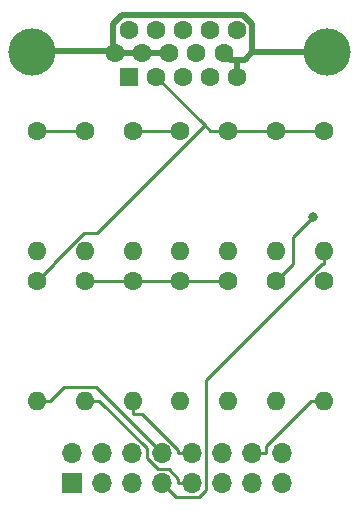
<source format=gbr>
%TF.GenerationSoftware,KiCad,Pcbnew,7.0.1*%
%TF.CreationDate,2023-04-24T00:51:31-07:00*%
%TF.ProjectId,TN9K_VGA,544e394b-5f56-4474-912e-6b696361645f,rev?*%
%TF.SameCoordinates,Original*%
%TF.FileFunction,Copper,L2,Bot*%
%TF.FilePolarity,Positive*%
%FSLAX46Y46*%
G04 Gerber Fmt 4.6, Leading zero omitted, Abs format (unit mm)*
G04 Created by KiCad (PCBNEW 7.0.1) date 2023-04-24 00:51:31*
%MOMM*%
%LPD*%
G01*
G04 APERTURE LIST*
%TA.AperFunction,ComponentPad*%
%ADD10C,1.600000*%
%TD*%
%TA.AperFunction,ComponentPad*%
%ADD11O,1.600000X1.600000*%
%TD*%
%TA.AperFunction,ComponentPad*%
%ADD12C,4.000000*%
%TD*%
%TA.AperFunction,ComponentPad*%
%ADD13R,1.600000X1.600000*%
%TD*%
%TA.AperFunction,ComponentPad*%
%ADD14R,1.700000X1.700000*%
%TD*%
%TA.AperFunction,ComponentPad*%
%ADD15O,1.700000X1.700000*%
%TD*%
%TA.AperFunction,ViaPad*%
%ADD16C,0.800000*%
%TD*%
%TA.AperFunction,Conductor*%
%ADD17C,0.250000*%
%TD*%
%TA.AperFunction,Conductor*%
%ADD18C,0.500000*%
%TD*%
G04 APERTURE END LIST*
D10*
%TO.P,R14,1*%
%TO.N,HSYNC*%
X180975000Y-69215000D03*
D11*
%TO.P,R14,2*%
%TO.N,HS_3V3*%
X180975000Y-79375000D03*
%TD*%
D10*
%TO.P,R8,1*%
%TO.N,GREEN*%
X156675000Y-69215000D03*
D11*
%TO.P,R8,2*%
%TO.N,G3_3V3*%
X156675000Y-79375000D03*
%TD*%
D10*
%TO.P,R13,1*%
%TO.N,VSYNC*%
X176925000Y-69215000D03*
D11*
%TO.P,R13,2*%
%TO.N,VS_3V3*%
X176925000Y-79375000D03*
%TD*%
D10*
%TO.P,R1,1*%
%TO.N,RED*%
X156675000Y-56515000D03*
D11*
%TO.P,R1,2*%
%TO.N,R0_3V3*%
X156675000Y-66675000D03*
%TD*%
D12*
%TO.P,J2,0*%
%TO.N,GND*%
X181272000Y-49893000D03*
X156272000Y-49893000D03*
D13*
%TO.P,J2,1*%
%TO.N,RED*%
X164457000Y-51943000D03*
D10*
%TO.P,J2,2*%
%TO.N,GREEN*%
X166747000Y-51943000D03*
%TO.P,J2,3*%
%TO.N,BLUE*%
X169037000Y-51943000D03*
%TO.P,J2,4*%
%TO.N,unconnected-(J2-Pad4)*%
X171327000Y-51943000D03*
%TO.P,J2,5*%
%TO.N,GND*%
X173617000Y-51943000D03*
%TO.P,J2,6*%
X163312000Y-49963000D03*
%TO.P,J2,7*%
X165602000Y-49963000D03*
%TO.P,J2,8*%
X167892000Y-49963000D03*
%TO.P,J2,9*%
%TO.N,unconnected-(J2-Pad9)*%
X170182000Y-49963000D03*
%TO.P,J2,10*%
%TO.N,GND*%
X172472000Y-49963000D03*
%TO.P,J2,11*%
%TO.N,unconnected-(J2-Pad11)*%
X164457000Y-47983000D03*
%TO.P,J2,12*%
%TO.N,unconnected-(J2-Pad12)*%
X166747000Y-47983000D03*
%TO.P,J2,13*%
%TO.N,VSYNC*%
X169037000Y-47983000D03*
%TO.P,J2,14*%
%TO.N,HSYNC*%
X171327000Y-47983000D03*
%TO.P,J2,15*%
%TO.N,unconnected-(J2-Pad15)*%
X173617000Y-47983000D03*
%TD*%
%TO.P,R4,1*%
%TO.N,RED*%
X168825000Y-56515000D03*
D11*
%TO.P,R4,2*%
%TO.N,R3_3V3*%
X168825000Y-66675000D03*
%TD*%
D10*
%TO.P,R10,1*%
%TO.N,BLUE*%
X164775000Y-69215000D03*
D11*
%TO.P,R10,2*%
%TO.N,B1_3V3*%
X164775000Y-79375000D03*
%TD*%
D10*
%TO.P,R7,1*%
%TO.N,GREEN*%
X180975000Y-56515000D03*
D11*
%TO.P,R7,2*%
%TO.N,G2_3V3*%
X180975000Y-66675000D03*
%TD*%
D10*
%TO.P,R11,1*%
%TO.N,BLUE*%
X168825000Y-69215000D03*
D11*
%TO.P,R11,2*%
%TO.N,B2_3V3*%
X168825000Y-79375000D03*
%TD*%
D10*
%TO.P,R3,1*%
%TO.N,RED*%
X164775000Y-56515000D03*
D11*
%TO.P,R3,2*%
%TO.N,R2_3V3*%
X164775000Y-66675000D03*
%TD*%
D14*
%TO.P,J1,1,Pin_1*%
%TO.N,R0_3V3*%
X159639000Y-86360000D03*
D15*
%TO.P,J1,2,Pin_2*%
%TO.N,R1_3V3*%
X159639000Y-83820000D03*
%TO.P,J1,3,Pin_3*%
%TO.N,R2_3V3*%
X162179000Y-86360000D03*
%TO.P,J1,4,Pin_4*%
%TO.N,R3_3V3*%
X162179000Y-83820000D03*
%TO.P,J1,5,Pin_5*%
%TO.N,G0_3V3*%
X164719000Y-86360000D03*
%TO.P,J1,6,Pin_6*%
%TO.N,G1_3V3*%
X164719000Y-83820000D03*
%TO.P,J1,7,Pin_7*%
%TO.N,G2_3V3*%
X167259000Y-86360000D03*
%TO.P,J1,8,Pin_8*%
%TO.N,G3_3V3*%
X167259000Y-83820000D03*
%TO.P,J1,9,Pin_9*%
%TO.N,B0_3V3*%
X169799000Y-86360000D03*
%TO.P,J1,10,Pin_10*%
%TO.N,B1_3V3*%
X169799000Y-83820000D03*
%TO.P,J1,11,Pin_11*%
%TO.N,B2_3V3*%
X172339000Y-86360000D03*
%TO.P,J1,12,Pin_12*%
%TO.N,B3_3V3*%
X172339000Y-83820000D03*
%TO.P,J1,13,Pin_13*%
%TO.N,VS_3V3*%
X174879000Y-86360000D03*
%TO.P,J1,14,Pin_14*%
%TO.N,HS_3V3*%
X174879000Y-83820000D03*
%TO.P,J1,15,Pin_15*%
%TO.N,GND*%
X177419000Y-86360000D03*
%TO.P,J1,16,Pin_16*%
%TO.N,VCC*%
X177419000Y-83820000D03*
%TD*%
D10*
%TO.P,R9,1*%
%TO.N,BLUE*%
X160725000Y-69215000D03*
D11*
%TO.P,R9,2*%
%TO.N,B0_3V3*%
X160725000Y-79375000D03*
%TD*%
D10*
%TO.P,R5,1*%
%TO.N,GREEN*%
X172875000Y-56515000D03*
D11*
%TO.P,R5,2*%
%TO.N,G0_3V3*%
X172875000Y-66675000D03*
%TD*%
D10*
%TO.P,R6,1*%
%TO.N,GREEN*%
X176925000Y-56515000D03*
D11*
%TO.P,R6,2*%
%TO.N,G1_3V3*%
X176925000Y-66675000D03*
%TD*%
D10*
%TO.P,R2,1*%
%TO.N,RED*%
X160725000Y-56515000D03*
D11*
%TO.P,R2,2*%
%TO.N,R1_3V3*%
X160725000Y-66675000D03*
%TD*%
D10*
%TO.P,R12,1*%
%TO.N,BLUE*%
X172875000Y-69215000D03*
D11*
%TO.P,R12,2*%
%TO.N,B3_3V3*%
X172875000Y-79375000D03*
%TD*%
D16*
%TO.N,VSYNC*%
X180049100Y-63837700D03*
%TD*%
D17*
%TO.N,RED*%
X156675000Y-56515000D02*
X160725000Y-56515000D01*
X164775000Y-56515000D02*
X168825000Y-56515000D01*
D18*
%TO.N,GND*%
X172472000Y-49963000D02*
X173044500Y-50535500D01*
X173617000Y-50535500D02*
X174275500Y-50535500D01*
X174148900Y-46729800D02*
X163898800Y-46729800D01*
X174918000Y-49893000D02*
X174918000Y-47498900D01*
X165602000Y-49963000D02*
X163312000Y-49963000D01*
X181272000Y-49893000D02*
X174918000Y-49893000D01*
X167892000Y-49963000D02*
X165602000Y-49963000D01*
X174275500Y-50535500D02*
X174918000Y-49893000D01*
X163129500Y-47499100D02*
X163129500Y-49780500D01*
X163129500Y-49780500D02*
X163312000Y-49963000D01*
X163898800Y-46729800D02*
X163129500Y-47499100D01*
X156384500Y-49780500D02*
X156272000Y-49893000D01*
X163129500Y-49780500D02*
X156384500Y-49780500D01*
X174918000Y-47498900D02*
X174148900Y-46729800D01*
X173617000Y-51943000D02*
X173617000Y-50535500D01*
X173044500Y-50535500D02*
X173617000Y-50535500D01*
D17*
%TO.N,GREEN*%
X158089900Y-67800200D02*
X158089800Y-67800200D01*
X158089900Y-67715500D02*
X158089900Y-67800200D01*
X172875000Y-56515000D02*
X176925000Y-56515000D01*
X160621400Y-65184000D02*
X158089900Y-67715500D01*
X166747000Y-51943000D02*
X170875300Y-56071200D01*
X170875300Y-56071200D02*
X171319000Y-56515000D01*
X171319000Y-56515000D02*
X172875000Y-56515000D01*
X170875300Y-56071200D02*
X161762500Y-65184000D01*
X161762500Y-65184000D02*
X160621400Y-65184000D01*
X158089800Y-67800200D02*
X156675000Y-69215000D01*
X176925000Y-56515000D02*
X180975000Y-56515000D01*
%TO.N,BLUE*%
X168825000Y-69215000D02*
X172875000Y-69215000D01*
X164775000Y-69215000D02*
X168825000Y-69215000D01*
X160725000Y-69215000D02*
X164775000Y-69215000D01*
%TO.N,VSYNC*%
X178339800Y-65547000D02*
X180049100Y-63837700D01*
X176925000Y-69215000D02*
X178339800Y-67800200D01*
X178339800Y-67800200D02*
X178339800Y-65547000D01*
%TO.N,B0_3V3*%
X168623900Y-86360000D02*
X168623900Y-85992700D01*
X166923000Y-85184900D02*
X165989000Y-84250900D01*
X165989000Y-83395900D02*
X161968100Y-79375000D01*
X165989000Y-84250900D02*
X165989000Y-83395900D01*
X167816100Y-85184900D02*
X166923000Y-85184900D01*
X161968100Y-79375000D02*
X160725000Y-79375000D01*
X168623900Y-85992700D02*
X167816100Y-85184900D01*
X169799000Y-86360000D02*
X168623900Y-86360000D01*
%TO.N,B1_3V3*%
X165602000Y-80500100D02*
X164775000Y-80500100D01*
X164775000Y-79375000D02*
X164775000Y-80500100D01*
X168623900Y-83522000D02*
X165602000Y-80500100D01*
X169799000Y-83820000D02*
X168623900Y-83820000D01*
X168623900Y-83820000D02*
X168623900Y-83522000D01*
%TO.N,HS_3V3*%
X180975000Y-79375000D02*
X179849900Y-79375000D01*
X176054100Y-83170800D02*
X179849900Y-79375000D01*
X176054100Y-83820000D02*
X176054100Y-83170800D01*
X174879000Y-83820000D02*
X176054100Y-83820000D01*
%TO.N,G2_3V3*%
X171014100Y-77584700D02*
X180798700Y-67800100D01*
X168458200Y-87559200D02*
X170357000Y-87559200D01*
X170357000Y-87559200D02*
X171014100Y-86902100D01*
X167259000Y-86360000D02*
X168458200Y-87559200D01*
X180798700Y-67800100D02*
X180975000Y-67800100D01*
X180975000Y-66675000D02*
X180975000Y-67800100D01*
X171014100Y-86902100D02*
X171014100Y-77584700D01*
%TO.N,G3_3V3*%
X167259000Y-83820000D02*
X161675000Y-78236000D01*
X161675000Y-78236000D02*
X158939100Y-78236000D01*
X156675000Y-79375000D02*
X157800100Y-79375000D01*
X158939100Y-78236000D02*
X157800100Y-79375000D01*
%TD*%
M02*

</source>
